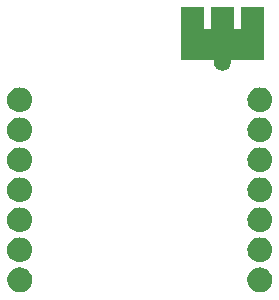
<source format=gbs>
G04 #@! TF.GenerationSoftware,KiCad,Pcbnew,(5.1.4)-1*
G04 #@! TF.CreationDate,2019-10-27T13:01:12+01:00*
G04 #@! TF.ProjectId,project,70726f6a-6563-4742-9e6b-696361645f70,1b*
G04 #@! TF.SameCoordinates,Original*
G04 #@! TF.FileFunction,Soldermask,Bot*
G04 #@! TF.FilePolarity,Negative*
%FSLAX46Y46*%
G04 Gerber Fmt 4.6, Leading zero omitted, Abs format (unit mm)*
G04 Created by KiCad (PCBNEW (5.1.4)-1) date 2019-10-27 13:01:12*
%MOMM*%
%LPD*%
G04 APERTURE LIST*
%ADD10C,0.100000*%
G04 APERTURE END LIST*
D10*
G36*
X138431687Y-98472227D02*
G01*
X138609274Y-98507550D01*
X138800362Y-98586702D01*
X138972336Y-98701611D01*
X139118589Y-98847864D01*
X139233498Y-99019838D01*
X139312650Y-99210926D01*
X139353000Y-99413784D01*
X139353000Y-99620616D01*
X139312650Y-99823474D01*
X139233498Y-100014562D01*
X139118589Y-100186536D01*
X138972336Y-100332789D01*
X138800362Y-100447698D01*
X138609274Y-100526850D01*
X138431687Y-100562173D01*
X138406417Y-100567200D01*
X138199583Y-100567200D01*
X138174313Y-100562173D01*
X137996726Y-100526850D01*
X137805638Y-100447698D01*
X137633664Y-100332789D01*
X137487411Y-100186536D01*
X137372502Y-100014562D01*
X137293350Y-99823474D01*
X137253000Y-99620616D01*
X137253000Y-99413784D01*
X137293350Y-99210926D01*
X137372502Y-99019838D01*
X137487411Y-98847864D01*
X137633664Y-98701611D01*
X137805638Y-98586702D01*
X137996726Y-98507550D01*
X138174313Y-98472227D01*
X138199583Y-98467200D01*
X138406417Y-98467200D01*
X138431687Y-98472227D01*
X138431687Y-98472227D01*
G37*
G36*
X118098987Y-98472227D02*
G01*
X118276574Y-98507550D01*
X118467662Y-98586702D01*
X118639636Y-98701611D01*
X118785889Y-98847864D01*
X118900798Y-99019838D01*
X118979950Y-99210926D01*
X119020300Y-99413784D01*
X119020300Y-99620616D01*
X118979950Y-99823474D01*
X118900798Y-100014562D01*
X118785889Y-100186536D01*
X118639636Y-100332789D01*
X118467662Y-100447698D01*
X118276574Y-100526850D01*
X118098987Y-100562173D01*
X118073717Y-100567200D01*
X117866883Y-100567200D01*
X117841613Y-100562173D01*
X117664026Y-100526850D01*
X117472938Y-100447698D01*
X117300964Y-100332789D01*
X117154711Y-100186536D01*
X117039802Y-100014562D01*
X116960650Y-99823474D01*
X116920300Y-99620616D01*
X116920300Y-99413784D01*
X116960650Y-99210926D01*
X117039802Y-99019838D01*
X117154711Y-98847864D01*
X117300964Y-98701611D01*
X117472938Y-98586702D01*
X117664026Y-98507550D01*
X117841613Y-98472227D01*
X117866883Y-98467200D01*
X118073717Y-98467200D01*
X118098987Y-98472227D01*
X118098987Y-98472227D01*
G37*
G36*
X118099007Y-95934797D02*
G01*
X118176136Y-95942393D01*
X118374062Y-96002433D01*
X118374065Y-96002434D01*
X118556470Y-96099932D01*
X118716355Y-96231145D01*
X118847568Y-96391030D01*
X118945066Y-96573435D01*
X118945067Y-96573438D01*
X119005107Y-96771364D01*
X119025380Y-96977200D01*
X119005107Y-97183036D01*
X118945067Y-97380962D01*
X118945066Y-97380965D01*
X118847568Y-97563370D01*
X118716355Y-97723255D01*
X118556470Y-97854468D01*
X118374065Y-97951966D01*
X118374062Y-97951967D01*
X118176136Y-98012007D01*
X118099007Y-98019603D01*
X118021880Y-98027200D01*
X117918720Y-98027200D01*
X117841593Y-98019603D01*
X117764464Y-98012007D01*
X117566538Y-97951967D01*
X117566535Y-97951966D01*
X117384130Y-97854468D01*
X117224245Y-97723255D01*
X117093032Y-97563370D01*
X116995534Y-97380965D01*
X116995533Y-97380962D01*
X116935493Y-97183036D01*
X116915220Y-96977200D01*
X116935493Y-96771364D01*
X116995533Y-96573438D01*
X116995534Y-96573435D01*
X117093032Y-96391030D01*
X117224245Y-96231145D01*
X117384130Y-96099932D01*
X117566535Y-96002434D01*
X117566538Y-96002433D01*
X117764464Y-95942393D01*
X117841593Y-95934797D01*
X117918720Y-95927200D01*
X118021880Y-95927200D01*
X118099007Y-95934797D01*
X118099007Y-95934797D01*
G37*
G36*
X138431707Y-95934797D02*
G01*
X138508836Y-95942393D01*
X138706762Y-96002433D01*
X138706765Y-96002434D01*
X138889170Y-96099932D01*
X139049055Y-96231145D01*
X139180268Y-96391030D01*
X139277766Y-96573435D01*
X139277767Y-96573438D01*
X139337807Y-96771364D01*
X139358080Y-96977200D01*
X139337807Y-97183036D01*
X139277767Y-97380962D01*
X139277766Y-97380965D01*
X139180268Y-97563370D01*
X139049055Y-97723255D01*
X138889170Y-97854468D01*
X138706765Y-97951966D01*
X138706762Y-97951967D01*
X138508836Y-98012007D01*
X138431707Y-98019603D01*
X138354580Y-98027200D01*
X138251420Y-98027200D01*
X138174293Y-98019603D01*
X138097164Y-98012007D01*
X137899238Y-97951967D01*
X137899235Y-97951966D01*
X137716830Y-97854468D01*
X137556945Y-97723255D01*
X137425732Y-97563370D01*
X137328234Y-97380965D01*
X137328233Y-97380962D01*
X137268193Y-97183036D01*
X137247920Y-96977200D01*
X137268193Y-96771364D01*
X137328233Y-96573438D01*
X137328234Y-96573435D01*
X137425732Y-96391030D01*
X137556945Y-96231145D01*
X137716830Y-96099932D01*
X137899235Y-96002434D01*
X137899238Y-96002433D01*
X138097164Y-95942393D01*
X138174293Y-95934797D01*
X138251420Y-95927200D01*
X138354580Y-95927200D01*
X138431707Y-95934797D01*
X138431707Y-95934797D01*
G37*
G36*
X138431707Y-93394796D02*
G01*
X138508836Y-93402393D01*
X138706762Y-93462433D01*
X138706765Y-93462434D01*
X138889170Y-93559932D01*
X139049055Y-93691145D01*
X139180268Y-93851030D01*
X139277766Y-94033435D01*
X139277767Y-94033438D01*
X139337807Y-94231364D01*
X139358080Y-94437200D01*
X139337807Y-94643036D01*
X139277767Y-94840962D01*
X139277766Y-94840965D01*
X139180268Y-95023370D01*
X139049055Y-95183255D01*
X138889170Y-95314468D01*
X138706765Y-95411966D01*
X138706762Y-95411967D01*
X138508836Y-95472007D01*
X138431707Y-95479603D01*
X138354580Y-95487200D01*
X138251420Y-95487200D01*
X138174293Y-95479603D01*
X138097164Y-95472007D01*
X137899238Y-95411967D01*
X137899235Y-95411966D01*
X137716830Y-95314468D01*
X137556945Y-95183255D01*
X137425732Y-95023370D01*
X137328234Y-94840965D01*
X137328233Y-94840962D01*
X137268193Y-94643036D01*
X137247920Y-94437200D01*
X137268193Y-94231364D01*
X137328233Y-94033438D01*
X137328234Y-94033435D01*
X137425732Y-93851030D01*
X137556945Y-93691145D01*
X137716830Y-93559932D01*
X137899235Y-93462434D01*
X137899238Y-93462433D01*
X138097164Y-93402393D01*
X138174293Y-93394796D01*
X138251420Y-93387200D01*
X138354580Y-93387200D01*
X138431707Y-93394796D01*
X138431707Y-93394796D01*
G37*
G36*
X118099007Y-93394796D02*
G01*
X118176136Y-93402393D01*
X118374062Y-93462433D01*
X118374065Y-93462434D01*
X118556470Y-93559932D01*
X118716355Y-93691145D01*
X118847568Y-93851030D01*
X118945066Y-94033435D01*
X118945067Y-94033438D01*
X119005107Y-94231364D01*
X119025380Y-94437200D01*
X119005107Y-94643036D01*
X118945067Y-94840962D01*
X118945066Y-94840965D01*
X118847568Y-95023370D01*
X118716355Y-95183255D01*
X118556470Y-95314468D01*
X118374065Y-95411966D01*
X118374062Y-95411967D01*
X118176136Y-95472007D01*
X118099007Y-95479603D01*
X118021880Y-95487200D01*
X117918720Y-95487200D01*
X117841593Y-95479603D01*
X117764464Y-95472007D01*
X117566538Y-95411967D01*
X117566535Y-95411966D01*
X117384130Y-95314468D01*
X117224245Y-95183255D01*
X117093032Y-95023370D01*
X116995534Y-94840965D01*
X116995533Y-94840962D01*
X116935493Y-94643036D01*
X116915220Y-94437200D01*
X116935493Y-94231364D01*
X116995533Y-94033438D01*
X116995534Y-94033435D01*
X117093032Y-93851030D01*
X117224245Y-93691145D01*
X117384130Y-93559932D01*
X117566535Y-93462434D01*
X117566538Y-93462433D01*
X117764464Y-93402393D01*
X117841593Y-93394796D01*
X117918720Y-93387200D01*
X118021880Y-93387200D01*
X118099007Y-93394796D01*
X118099007Y-93394796D01*
G37*
G36*
X138431707Y-90854797D02*
G01*
X138508836Y-90862393D01*
X138706762Y-90922433D01*
X138706765Y-90922434D01*
X138889170Y-91019932D01*
X139049055Y-91151145D01*
X139180268Y-91311030D01*
X139277766Y-91493435D01*
X139277767Y-91493438D01*
X139337807Y-91691364D01*
X139358080Y-91897200D01*
X139337807Y-92103036D01*
X139277767Y-92300962D01*
X139277766Y-92300965D01*
X139180268Y-92483370D01*
X139049055Y-92643255D01*
X138889170Y-92774468D01*
X138706765Y-92871966D01*
X138706762Y-92871967D01*
X138508836Y-92932007D01*
X138431707Y-92939603D01*
X138354580Y-92947200D01*
X138251420Y-92947200D01*
X138174293Y-92939603D01*
X138097164Y-92932007D01*
X137899238Y-92871967D01*
X137899235Y-92871966D01*
X137716830Y-92774468D01*
X137556945Y-92643255D01*
X137425732Y-92483370D01*
X137328234Y-92300965D01*
X137328233Y-92300962D01*
X137268193Y-92103036D01*
X137247920Y-91897200D01*
X137268193Y-91691364D01*
X137328233Y-91493438D01*
X137328234Y-91493435D01*
X137425732Y-91311030D01*
X137556945Y-91151145D01*
X137716830Y-91019932D01*
X137899235Y-90922434D01*
X137899238Y-90922433D01*
X138097164Y-90862393D01*
X138174293Y-90854797D01*
X138251420Y-90847200D01*
X138354580Y-90847200D01*
X138431707Y-90854797D01*
X138431707Y-90854797D01*
G37*
G36*
X118099007Y-90854797D02*
G01*
X118176136Y-90862393D01*
X118374062Y-90922433D01*
X118374065Y-90922434D01*
X118556470Y-91019932D01*
X118716355Y-91151145D01*
X118847568Y-91311030D01*
X118945066Y-91493435D01*
X118945067Y-91493438D01*
X119005107Y-91691364D01*
X119025380Y-91897200D01*
X119005107Y-92103036D01*
X118945067Y-92300962D01*
X118945066Y-92300965D01*
X118847568Y-92483370D01*
X118716355Y-92643255D01*
X118556470Y-92774468D01*
X118374065Y-92871966D01*
X118374062Y-92871967D01*
X118176136Y-92932007D01*
X118099007Y-92939603D01*
X118021880Y-92947200D01*
X117918720Y-92947200D01*
X117841593Y-92939603D01*
X117764464Y-92932007D01*
X117566538Y-92871967D01*
X117566535Y-92871966D01*
X117384130Y-92774468D01*
X117224245Y-92643255D01*
X117093032Y-92483370D01*
X116995534Y-92300965D01*
X116995533Y-92300962D01*
X116935493Y-92103036D01*
X116915220Y-91897200D01*
X116935493Y-91691364D01*
X116995533Y-91493438D01*
X116995534Y-91493435D01*
X117093032Y-91311030D01*
X117224245Y-91151145D01*
X117384130Y-91019932D01*
X117566535Y-90922434D01*
X117566538Y-90922433D01*
X117764464Y-90862393D01*
X117841593Y-90854797D01*
X117918720Y-90847200D01*
X118021880Y-90847200D01*
X118099007Y-90854797D01*
X118099007Y-90854797D01*
G37*
G36*
X118099007Y-88314796D02*
G01*
X118176136Y-88322393D01*
X118374062Y-88382433D01*
X118374065Y-88382434D01*
X118556470Y-88479932D01*
X118716355Y-88611145D01*
X118847568Y-88771030D01*
X118945066Y-88953435D01*
X118945067Y-88953438D01*
X119005107Y-89151364D01*
X119025380Y-89357200D01*
X119005107Y-89563036D01*
X118945067Y-89760962D01*
X118945066Y-89760965D01*
X118847568Y-89943370D01*
X118716355Y-90103255D01*
X118556470Y-90234468D01*
X118374065Y-90331966D01*
X118374062Y-90331967D01*
X118176136Y-90392007D01*
X118099007Y-90399603D01*
X118021880Y-90407200D01*
X117918720Y-90407200D01*
X117841593Y-90399603D01*
X117764464Y-90392007D01*
X117566538Y-90331967D01*
X117566535Y-90331966D01*
X117384130Y-90234468D01*
X117224245Y-90103255D01*
X117093032Y-89943370D01*
X116995534Y-89760965D01*
X116995533Y-89760962D01*
X116935493Y-89563036D01*
X116915220Y-89357200D01*
X116935493Y-89151364D01*
X116995533Y-88953438D01*
X116995534Y-88953435D01*
X117093032Y-88771030D01*
X117224245Y-88611145D01*
X117384130Y-88479932D01*
X117566535Y-88382434D01*
X117566538Y-88382433D01*
X117764464Y-88322393D01*
X117841593Y-88314796D01*
X117918720Y-88307200D01*
X118021880Y-88307200D01*
X118099007Y-88314796D01*
X118099007Y-88314796D01*
G37*
G36*
X138431707Y-88314796D02*
G01*
X138508836Y-88322393D01*
X138706762Y-88382433D01*
X138706765Y-88382434D01*
X138889170Y-88479932D01*
X139049055Y-88611145D01*
X139180268Y-88771030D01*
X139277766Y-88953435D01*
X139277767Y-88953438D01*
X139337807Y-89151364D01*
X139358080Y-89357200D01*
X139337807Y-89563036D01*
X139277767Y-89760962D01*
X139277766Y-89760965D01*
X139180268Y-89943370D01*
X139049055Y-90103255D01*
X138889170Y-90234468D01*
X138706765Y-90331966D01*
X138706762Y-90331967D01*
X138508836Y-90392007D01*
X138431707Y-90399603D01*
X138354580Y-90407200D01*
X138251420Y-90407200D01*
X138174293Y-90399603D01*
X138097164Y-90392007D01*
X137899238Y-90331967D01*
X137899235Y-90331966D01*
X137716830Y-90234468D01*
X137556945Y-90103255D01*
X137425732Y-89943370D01*
X137328234Y-89760965D01*
X137328233Y-89760962D01*
X137268193Y-89563036D01*
X137247920Y-89357200D01*
X137268193Y-89151364D01*
X137328233Y-88953438D01*
X137328234Y-88953435D01*
X137425732Y-88771030D01*
X137556945Y-88611145D01*
X137716830Y-88479932D01*
X137899235Y-88382434D01*
X137899238Y-88382433D01*
X138097164Y-88322393D01*
X138174293Y-88314796D01*
X138251420Y-88307200D01*
X138354580Y-88307200D01*
X138431707Y-88314796D01*
X138431707Y-88314796D01*
G37*
G36*
X138431707Y-85774797D02*
G01*
X138508836Y-85782393D01*
X138706762Y-85842433D01*
X138706765Y-85842434D01*
X138889170Y-85939932D01*
X139049055Y-86071145D01*
X139180268Y-86231030D01*
X139277766Y-86413435D01*
X139277767Y-86413438D01*
X139337807Y-86611364D01*
X139358080Y-86817200D01*
X139337807Y-87023036D01*
X139277767Y-87220962D01*
X139277766Y-87220965D01*
X139180268Y-87403370D01*
X139049055Y-87563255D01*
X138889170Y-87694468D01*
X138706765Y-87791966D01*
X138706762Y-87791967D01*
X138508836Y-87852007D01*
X138431707Y-87859604D01*
X138354580Y-87867200D01*
X138251420Y-87867200D01*
X138174293Y-87859604D01*
X138097164Y-87852007D01*
X137899238Y-87791967D01*
X137899235Y-87791966D01*
X137716830Y-87694468D01*
X137556945Y-87563255D01*
X137425732Y-87403370D01*
X137328234Y-87220965D01*
X137328233Y-87220962D01*
X137268193Y-87023036D01*
X137247920Y-86817200D01*
X137268193Y-86611364D01*
X137328233Y-86413438D01*
X137328234Y-86413435D01*
X137425732Y-86231030D01*
X137556945Y-86071145D01*
X137716830Y-85939932D01*
X137899235Y-85842434D01*
X137899238Y-85842433D01*
X138097164Y-85782393D01*
X138174293Y-85774797D01*
X138251420Y-85767200D01*
X138354580Y-85767200D01*
X138431707Y-85774797D01*
X138431707Y-85774797D01*
G37*
G36*
X118099007Y-85774797D02*
G01*
X118176136Y-85782393D01*
X118374062Y-85842433D01*
X118374065Y-85842434D01*
X118556470Y-85939932D01*
X118716355Y-86071145D01*
X118847568Y-86231030D01*
X118945066Y-86413435D01*
X118945067Y-86413438D01*
X119005107Y-86611364D01*
X119025380Y-86817200D01*
X119005107Y-87023036D01*
X118945067Y-87220962D01*
X118945066Y-87220965D01*
X118847568Y-87403370D01*
X118716355Y-87563255D01*
X118556470Y-87694468D01*
X118374065Y-87791966D01*
X118374062Y-87791967D01*
X118176136Y-87852007D01*
X118099007Y-87859604D01*
X118021880Y-87867200D01*
X117918720Y-87867200D01*
X117841593Y-87859604D01*
X117764464Y-87852007D01*
X117566538Y-87791967D01*
X117566535Y-87791966D01*
X117384130Y-87694468D01*
X117224245Y-87563255D01*
X117093032Y-87403370D01*
X116995534Y-87220965D01*
X116995533Y-87220962D01*
X116935493Y-87023036D01*
X116915220Y-86817200D01*
X116935493Y-86611364D01*
X116995533Y-86413438D01*
X116995534Y-86413435D01*
X117093032Y-86231030D01*
X117224245Y-86071145D01*
X117384130Y-85939932D01*
X117566535Y-85842434D01*
X117566538Y-85842433D01*
X117764464Y-85782393D01*
X117841593Y-85774797D01*
X117918720Y-85767200D01*
X118021880Y-85767200D01*
X118099007Y-85774797D01*
X118099007Y-85774797D01*
G37*
G36*
X118099007Y-83234796D02*
G01*
X118176136Y-83242393D01*
X118374062Y-83302433D01*
X118374065Y-83302434D01*
X118556470Y-83399932D01*
X118716355Y-83531145D01*
X118847568Y-83691030D01*
X118945066Y-83873435D01*
X118945067Y-83873438D01*
X119005107Y-84071364D01*
X119025380Y-84277200D01*
X119005107Y-84483036D01*
X118945067Y-84680962D01*
X118945066Y-84680965D01*
X118847568Y-84863370D01*
X118716355Y-85023255D01*
X118556470Y-85154468D01*
X118374065Y-85251966D01*
X118374062Y-85251967D01*
X118176136Y-85312007D01*
X118099007Y-85319603D01*
X118021880Y-85327200D01*
X117918720Y-85327200D01*
X117841593Y-85319603D01*
X117764464Y-85312007D01*
X117566538Y-85251967D01*
X117566535Y-85251966D01*
X117384130Y-85154468D01*
X117224245Y-85023255D01*
X117093032Y-84863370D01*
X116995534Y-84680965D01*
X116995533Y-84680962D01*
X116935493Y-84483036D01*
X116915220Y-84277200D01*
X116935493Y-84071364D01*
X116995533Y-83873438D01*
X116995534Y-83873435D01*
X117093032Y-83691030D01*
X117224245Y-83531145D01*
X117384130Y-83399932D01*
X117566535Y-83302434D01*
X117566538Y-83302433D01*
X117764464Y-83242393D01*
X117841593Y-83234796D01*
X117918720Y-83227200D01*
X118021880Y-83227200D01*
X118099007Y-83234796D01*
X118099007Y-83234796D01*
G37*
G36*
X138431707Y-83234796D02*
G01*
X138508836Y-83242393D01*
X138706762Y-83302433D01*
X138706765Y-83302434D01*
X138889170Y-83399932D01*
X139049055Y-83531145D01*
X139180268Y-83691030D01*
X139277766Y-83873435D01*
X139277767Y-83873438D01*
X139337807Y-84071364D01*
X139358080Y-84277200D01*
X139337807Y-84483036D01*
X139277767Y-84680962D01*
X139277766Y-84680965D01*
X139180268Y-84863370D01*
X139049055Y-85023255D01*
X138889170Y-85154468D01*
X138706765Y-85251966D01*
X138706762Y-85251967D01*
X138508836Y-85312007D01*
X138431707Y-85319603D01*
X138354580Y-85327200D01*
X138251420Y-85327200D01*
X138174293Y-85319603D01*
X138097164Y-85312007D01*
X137899238Y-85251967D01*
X137899235Y-85251966D01*
X137716830Y-85154468D01*
X137556945Y-85023255D01*
X137425732Y-84863370D01*
X137328234Y-84680965D01*
X137328233Y-84680962D01*
X137268193Y-84483036D01*
X137247920Y-84277200D01*
X137268193Y-84071364D01*
X137328233Y-83873438D01*
X137328234Y-83873435D01*
X137425732Y-83691030D01*
X137556945Y-83531145D01*
X137716830Y-83399932D01*
X137899235Y-83302434D01*
X137899238Y-83302433D01*
X138097164Y-83242393D01*
X138174293Y-83234796D01*
X138251420Y-83227200D01*
X138354580Y-83227200D01*
X138431707Y-83234796D01*
X138431707Y-83234796D01*
G37*
G36*
X133548200Y-78168801D02*
G01*
X133550602Y-78193187D01*
X133557715Y-78216636D01*
X133569266Y-78238247D01*
X133584811Y-78257189D01*
X133603753Y-78272734D01*
X133625364Y-78284285D01*
X133648813Y-78291398D01*
X133673199Y-78293800D01*
X134039201Y-78293800D01*
X134063587Y-78291398D01*
X134087036Y-78284285D01*
X134108647Y-78272734D01*
X134127589Y-78257189D01*
X134143134Y-78238247D01*
X134154685Y-78216636D01*
X134161798Y-78193187D01*
X134164200Y-78168801D01*
X134164200Y-76431800D01*
X136088200Y-76431800D01*
X136088200Y-78168801D01*
X136090602Y-78193187D01*
X136097715Y-78216636D01*
X136109266Y-78238247D01*
X136124811Y-78257189D01*
X136143753Y-78272734D01*
X136165364Y-78284285D01*
X136188813Y-78291398D01*
X136213199Y-78293800D01*
X136579201Y-78293800D01*
X136603587Y-78291398D01*
X136627036Y-78284285D01*
X136648647Y-78272734D01*
X136667589Y-78257189D01*
X136683134Y-78238247D01*
X136694685Y-78216636D01*
X136701798Y-78193187D01*
X136704200Y-78168801D01*
X136704200Y-76431800D01*
X138628200Y-76431800D01*
X138628200Y-80895800D01*
X136599506Y-80895800D01*
X136579201Y-80893800D01*
X136213199Y-80893800D01*
X136192894Y-80895800D01*
X135948863Y-80895800D01*
X135924477Y-80898202D01*
X135901028Y-80905315D01*
X135879417Y-80916866D01*
X135860475Y-80932411D01*
X135844930Y-80951353D01*
X135833379Y-80972964D01*
X135826266Y-80996413D01*
X135823864Y-81020799D01*
X135826200Y-81044521D01*
X135826200Y-81182745D01*
X135799300Y-81317982D01*
X135746533Y-81445373D01*
X135746532Y-81445374D01*
X135669926Y-81560024D01*
X135572424Y-81657526D01*
X135514710Y-81696089D01*
X135457773Y-81734133D01*
X135330382Y-81786900D01*
X135195145Y-81813800D01*
X135057255Y-81813800D01*
X134922018Y-81786900D01*
X134794627Y-81734133D01*
X134737690Y-81696089D01*
X134679976Y-81657526D01*
X134582474Y-81560024D01*
X134505868Y-81445374D01*
X134505867Y-81445373D01*
X134453100Y-81317982D01*
X134426200Y-81182745D01*
X134426200Y-81044521D01*
X134428536Y-81020795D01*
X134426133Y-80996409D01*
X134419019Y-80972960D01*
X134407467Y-80951350D01*
X134391922Y-80932408D01*
X134372979Y-80916864D01*
X134351368Y-80905313D01*
X134327919Y-80898201D01*
X134303537Y-80895800D01*
X134059506Y-80895800D01*
X134039201Y-80893800D01*
X133673199Y-80893800D01*
X133652894Y-80895800D01*
X131624200Y-80895800D01*
X131624200Y-76431800D01*
X133548200Y-76431800D01*
X133548200Y-78168801D01*
X133548200Y-78168801D01*
G37*
M02*

</source>
